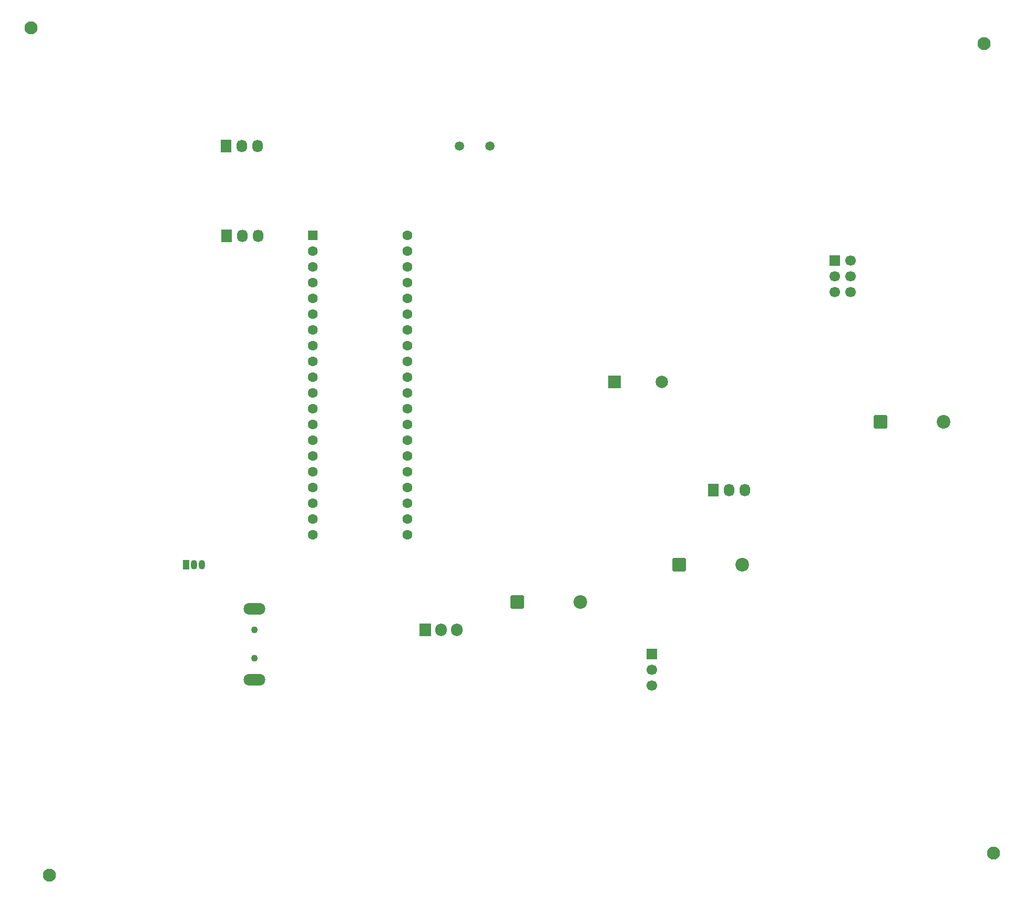
<source format=gbr>
%TF.GenerationSoftware,KiCad,Pcbnew,9.0.2*%
%TF.CreationDate,2025-05-15T00:42:05-04:00*%
%TF.ProjectId,ProjectScematic_PCBv2,50726f6a-6563-4745-9363-656d61746963,rev?*%
%TF.SameCoordinates,Original*%
%TF.FileFunction,Soldermask,Bot*%
%TF.FilePolarity,Negative*%
%FSLAX46Y46*%
G04 Gerber Fmt 4.6, Leading zero omitted, Abs format (unit mm)*
G04 Created by KiCad (PCBNEW 9.0.2) date 2025-05-15 00:42:05*
%MOMM*%
%LPD*%
G01*
G04 APERTURE LIST*
G04 Aperture macros list*
%AMRoundRect*
0 Rectangle with rounded corners*
0 $1 Rounding radius*
0 $2 $3 $4 $5 $6 $7 $8 $9 X,Y pos of 4 corners*
0 Add a 4 corners polygon primitive as box body*
4,1,4,$2,$3,$4,$5,$6,$7,$8,$9,$2,$3,0*
0 Add four circle primitives for the rounded corners*
1,1,$1+$1,$2,$3*
1,1,$1+$1,$4,$5*
1,1,$1+$1,$6,$7*
1,1,$1+$1,$8,$9*
0 Add four rect primitives between the rounded corners*
20,1,$1+$1,$2,$3,$4,$5,0*
20,1,$1+$1,$4,$5,$6,$7,0*
20,1,$1+$1,$6,$7,$8,$9,0*
20,1,$1+$1,$8,$9,$2,$3,0*%
G04 Aperture macros list end*
%ADD10C,2.100000*%
%ADD11RoundRect,0.249999X-0.850001X-0.850001X0.850001X-0.850001X0.850001X0.850001X-0.850001X0.850001X0*%
%ADD12C,2.200000*%
%ADD13R,1.700000X1.700000*%
%ADD14C,1.700000*%
%ADD15C,1.100000*%
%ADD16O,3.500000X1.900000*%
%ADD17R,1.730000X2.030000*%
%ADD18O,1.730000X2.030000*%
%ADD19RoundRect,0.250000X-0.550000X-0.550000X0.550000X-0.550000X0.550000X0.550000X-0.550000X0.550000X0*%
%ADD20C,1.600000*%
%ADD21R,2.000000X2.000000*%
%ADD22C,2.000000*%
%ADD23R,1.905000X2.000000*%
%ADD24O,1.905000X2.000000*%
%ADD25R,1.050000X1.500000*%
%ADD26O,1.050000X1.500000*%
%ADD27C,1.500000*%
G04 APERTURE END LIST*
D10*
%TO.C,H4*%
X39500000Y-160500000D03*
%TD*%
D11*
%TO.C,D5*%
X140920000Y-110492500D03*
D12*
X151080000Y-110492500D03*
%TD*%
D13*
%TO.C,J2*%
X166000000Y-61500000D03*
D14*
X168540000Y-61500000D03*
X166000000Y-64040000D03*
X168540000Y-64040000D03*
X166000000Y-66580000D03*
X168540000Y-66580000D03*
%TD*%
D13*
%TO.C,DHT11-TEMP&HUMD1*%
X136500000Y-124920000D03*
D14*
X136500000Y-127460000D03*
X136500000Y-130000000D03*
%TD*%
D15*
%TO.C,J3*%
X72500000Y-121000000D03*
X72500000Y-125600000D03*
D16*
X72500000Y-117600000D03*
X72500000Y-129000000D03*
%TD*%
D17*
%TO.C,M1*%
X146420000Y-98500000D03*
D18*
X148960000Y-98500000D03*
X151500000Y-98500000D03*
%TD*%
D19*
%TO.C,U1*%
X81937500Y-57362500D03*
D20*
X81937500Y-59902500D03*
X81937500Y-62442500D03*
X81937500Y-64982500D03*
X81937500Y-67522500D03*
X81937500Y-70062500D03*
X81937500Y-72602500D03*
X81937500Y-75142500D03*
X81937500Y-77682500D03*
X81937500Y-80222500D03*
X81937500Y-82762500D03*
X81937500Y-85302500D03*
X81937500Y-87842500D03*
X81937500Y-90382500D03*
X81937500Y-92922500D03*
X81937500Y-95462500D03*
X81937500Y-98002500D03*
X81937500Y-100542500D03*
X81937500Y-103082500D03*
X81937500Y-105622500D03*
X97177500Y-105622500D03*
X97177500Y-103082500D03*
X97177500Y-100542500D03*
X97177500Y-98002500D03*
X97177500Y-95462500D03*
X97177500Y-92922500D03*
X97177500Y-90382500D03*
X97177500Y-87842500D03*
X97177500Y-85302500D03*
X97177500Y-82762500D03*
X97177500Y-80222500D03*
X97177500Y-77682500D03*
X97177500Y-75142500D03*
X97177500Y-72602500D03*
X97177500Y-70062500D03*
X97177500Y-67522500D03*
X97177500Y-64982500D03*
X97177500Y-62442500D03*
X97177500Y-59902500D03*
X97177500Y-57362500D03*
%TD*%
D21*
%TO.C,BZ1*%
X130500000Y-81000000D03*
D22*
X138100000Y-81000000D03*
%TD*%
D10*
%TO.C,H3*%
X191500000Y-157000000D03*
%TD*%
%TO.C,H1*%
X36500000Y-24000000D03*
%TD*%
D23*
%TO.C,U2*%
X100000000Y-121000000D03*
D24*
X102540000Y-121000000D03*
X105080000Y-121000000D03*
%TD*%
D10*
%TO.C,H2*%
X190000000Y-26500000D03*
%TD*%
D17*
%TO.C,PIRSENSOR1*%
X68000000Y-57500000D03*
D18*
X70540000Y-57500000D03*
X73080000Y-57500000D03*
%TD*%
D25*
%TO.C,AmbientTEMPSENSOR1*%
X61500000Y-110500000D03*
D26*
X62770000Y-110500000D03*
X64040000Y-110500000D03*
%TD*%
D11*
%TO.C,D1*%
X114840000Y-116500000D03*
D12*
X125000000Y-116500000D03*
%TD*%
D27*
%TO.C,16MHz1*%
X105560000Y-43000000D03*
X110440000Y-43000000D03*
%TD*%
D17*
%TO.C,PIRSENSOR2*%
X67960000Y-43000000D03*
D18*
X70500000Y-43000000D03*
X73040000Y-43000000D03*
%TD*%
D11*
%TO.C,D3*%
X173340000Y-87500000D03*
D12*
X183500000Y-87500000D03*
%TD*%
M02*

</source>
